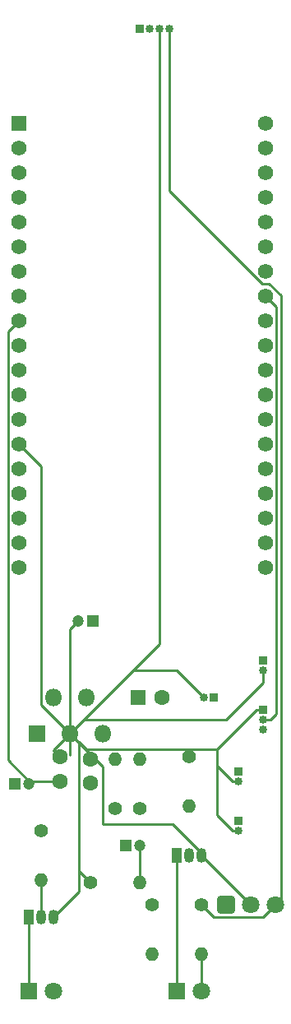
<source format=gbr>
%TF.GenerationSoftware,KiCad,Pcbnew,7.0.7-7.0.7~ubuntu22.04.1*%
%TF.CreationDate,2023-09-04T11:07:22+02:00*%
%TF.ProjectId,schaltung,73636861-6c74-4756-9e67-2e6b69636164,rev?*%
%TF.SameCoordinates,Original*%
%TF.FileFunction,Copper,L1,Top*%
%TF.FilePolarity,Positive*%
%FSLAX46Y46*%
G04 Gerber Fmt 4.6, Leading zero omitted, Abs format (unit mm)*
G04 Created by KiCad (PCBNEW 7.0.7-7.0.7~ubuntu22.04.1) date 2023-09-04 11:07:22*
%MOMM*%
%LPD*%
G01*
G04 APERTURE LIST*
G04 Aperture macros list*
%AMRoundRect*
0 Rectangle with rounded corners*
0 $1 Rounding radius*
0 $2 $3 $4 $5 $6 $7 $8 $9 X,Y pos of 4 corners*
0 Add a 4 corners polygon primitive as box body*
4,1,4,$2,$3,$4,$5,$6,$7,$8,$9,$2,$3,0*
0 Add four circle primitives for the rounded corners*
1,1,$1+$1,$2,$3*
1,1,$1+$1,$4,$5*
1,1,$1+$1,$6,$7*
1,1,$1+$1,$8,$9*
0 Add four rect primitives between the rounded corners*
20,1,$1+$1,$2,$3,$4,$5,0*
20,1,$1+$1,$4,$5,$6,$7,0*
20,1,$1+$1,$6,$7,$8,$9,0*
20,1,$1+$1,$8,$9,$2,$3,0*%
G04 Aperture macros list end*
%TA.AperFunction,ComponentPad*%
%ADD10C,1.400000*%
%TD*%
%TA.AperFunction,ComponentPad*%
%ADD11O,1.400000X1.400000*%
%TD*%
%TA.AperFunction,ComponentPad*%
%ADD12R,0.850000X0.850000*%
%TD*%
%TA.AperFunction,ComponentPad*%
%ADD13O,0.850000X0.850000*%
%TD*%
%TA.AperFunction,ComponentPad*%
%ADD14R,1.800000X1.800000*%
%TD*%
%TA.AperFunction,ComponentPad*%
%ADD15C,1.800000*%
%TD*%
%TA.AperFunction,ComponentPad*%
%ADD16R,1.200000X1.200000*%
%TD*%
%TA.AperFunction,ComponentPad*%
%ADD17C,1.200000*%
%TD*%
%TA.AperFunction,ComponentPad*%
%ADD18RoundRect,0.248400X-0.651600X-0.651600X0.651600X-0.651600X0.651600X0.651600X-0.651600X0.651600X0*%
%TD*%
%TA.AperFunction,ComponentPad*%
%ADD19R,1.600000X1.600000*%
%TD*%
%TA.AperFunction,ComponentPad*%
%ADD20C,1.600000*%
%TD*%
%TA.AperFunction,ComponentPad*%
%ADD21R,1.050000X1.500000*%
%TD*%
%TA.AperFunction,ComponentPad*%
%ADD22O,1.050000X1.500000*%
%TD*%
%TA.AperFunction,ComponentPad*%
%ADD23O,1.800000X1.800000*%
%TD*%
%TA.AperFunction,ComponentPad*%
%ADD24R,1.560000X1.560000*%
%TD*%
%TA.AperFunction,ComponentPad*%
%ADD25C,1.560000*%
%TD*%
%TA.AperFunction,Conductor*%
%ADD26C,0.250000*%
%TD*%
G04 APERTURE END LIST*
D10*
%TO.P,R6,1*%
%TO.N,GND*%
X209550000Y-109490000D03*
D11*
%TO.P,R6,2*%
%TO.N,Net-(C2-Pad2)*%
X214630000Y-109490000D03*
%TD*%
D10*
%TO.P,R7,1*%
%TO.N,Net-(C6-Pad2)*%
X212090000Y-101870000D03*
D11*
%TO.P,R7,2*%
%TO.N,Net-(C3-Pad1)*%
X212090000Y-96790000D03*
%TD*%
D12*
%TO.P,J4,1,Pin_1*%
%TO.N,Net-(J4-Pin_1)*%
X224790000Y-98060000D03*
D13*
%TO.P,J4,2,Pin_2*%
%TO.N,GND*%
X224790000Y-99060000D03*
%TD*%
D14*
%TO.P,D2_Red1,1,K*%
%TO.N,Net-(D2_Red1-K)*%
X203200000Y-120650000D03*
D15*
%TO.P,D2_Red1,2,A*%
%TO.N,Net-(D2_Red1-A)*%
X205740000Y-120650000D03*
%TD*%
D16*
%TO.P,C1,1*%
%TO.N,Net-(U3-+)*%
X201700000Y-99330000D03*
D17*
%TO.P,C1,2*%
%TO.N,Net-(U1-IO25)*%
X203200000Y-99330000D03*
%TD*%
D18*
%TO.P,U2,1,OUT*%
%TO.N,Net-(U1-IO27)*%
X223520000Y-111760000D03*
D15*
%TO.P,U2,2,GND*%
%TO.N,GND*%
X226060000Y-111760000D03*
%TO.P,U2,3,Vs*%
%TO.N,+3.3V*%
X228600000Y-111760000D03*
%TD*%
D12*
%TO.P,J2,1,Pin_1*%
%TO.N,GND*%
X227330000Y-91710000D03*
D13*
%TO.P,J2,2,Pin_2*%
%TO.N,Net-(J2-Pin_2)*%
X227330000Y-92710000D03*
%TO.P,J2,3,Pin_3*%
%TO.N,+5V*%
X227330000Y-93710000D03*
%TD*%
D14*
%TO.P,D1_IR1,1,K*%
%TO.N,Net-(D1_IR1-K)*%
X218440000Y-120650000D03*
D15*
%TO.P,D1_IR1,2,A*%
%TO.N,Net-(D1_IR1-A)*%
X220980000Y-120650000D03*
%TD*%
D12*
%TO.P,J1,1,Pin_1*%
%TO.N,Net-(J1-Pin_1)*%
X222250000Y-90440000D03*
D13*
%TO.P,J1,2,Pin_2*%
%TO.N,GND*%
X221250000Y-90440000D03*
%TD*%
D19*
%TO.P,C3,1*%
%TO.N,Net-(C3-Pad1)*%
X214400000Y-90440000D03*
D20*
%TO.P,C3,2*%
%TO.N,Net-(J1-Pin_1)*%
X216900000Y-90440000D03*
%TD*%
D16*
%TO.P,C2,1*%
%TO.N,Net-(U3--)*%
X213130000Y-105680000D03*
D17*
%TO.P,C2,2*%
%TO.N,Net-(C2-Pad2)*%
X214630000Y-105680000D03*
%TD*%
D16*
%TO.P,C5,1*%
%TO.N,+5V*%
X209780000Y-82550000D03*
D17*
%TO.P,C5,2*%
%TO.N,GND*%
X208280000Y-82550000D03*
%TD*%
D12*
%TO.P,J3,1,Pin_1*%
%TO.N,Net-(J3-Pin_1)*%
X224790000Y-103140000D03*
D13*
%TO.P,J3,2,Pin_2*%
%TO.N,GND*%
X224790000Y-104140000D03*
%TD*%
D10*
%TO.P,R3,1*%
%TO.N,Net-(U1-IO16)*%
X204470000Y-104140000D03*
D11*
%TO.P,R3,2*%
%TO.N,Net-(Q1-B)*%
X204470000Y-109220000D03*
%TD*%
D10*
%TO.P,R5,1*%
%TO.N,Net-(C2-Pad2)*%
X214630000Y-101870000D03*
D11*
%TO.P,R5,2*%
%TO.N,Net-(C3-Pad1)*%
X214630000Y-96790000D03*
%TD*%
D21*
%TO.P,Q1,1,C*%
%TO.N,Net-(D2_Red1-K)*%
X203200000Y-113030000D03*
D22*
%TO.P,Q1,2,B*%
%TO.N,Net-(Q1-B)*%
X204470000Y-113030000D03*
%TO.P,Q1,3,E*%
%TO.N,GND*%
X205740000Y-113030000D03*
%TD*%
D10*
%TO.P,R1,1*%
%TO.N,+3.3V*%
X215900000Y-111760000D03*
D11*
%TO.P,R1,2*%
%TO.N,Net-(D2_Red1-A)*%
X215900000Y-116840000D03*
%TD*%
D20*
%TO.P,C6,1*%
%TO.N,GND*%
X209550000Y-96790000D03*
%TO.P,C6,2*%
%TO.N,Net-(C6-Pad2)*%
X209550000Y-99290000D03*
%TD*%
D12*
%TO.P,J7,1,Pin_1*%
%TO.N,Net-(J7-Pin_1)*%
X214630000Y-21590000D03*
D13*
%TO.P,J7,2,Pin_2*%
%TO.N,Net-(J7-Pin_2)*%
X215630000Y-21590000D03*
%TO.P,J7,3,Pin_3*%
%TO.N,GND*%
X216630000Y-21590000D03*
%TO.P,J7,4,Pin_4*%
%TO.N,+3.3V*%
X217630000Y-21590000D03*
%TD*%
D21*
%TO.P,Q2,1,C*%
%TO.N,Net-(D1_IR1-K)*%
X218440000Y-106680000D03*
D22*
%TO.P,Q2,2,B*%
%TO.N,Net-(Q2-B)*%
X219710000Y-106680000D03*
%TO.P,Q2,3,E*%
%TO.N,GND*%
X220980000Y-106680000D03*
%TD*%
D20*
%TO.P,C4,1*%
%TO.N,GND*%
X206375000Y-96560000D03*
%TO.P,C4,2*%
%TO.N,Net-(U1-IO25)*%
X206375000Y-99060000D03*
%TD*%
D12*
%TO.P,J5,1,Pin_1*%
%TO.N,+5V*%
X227330000Y-86630000D03*
D13*
%TO.P,J5,2,Pin_2*%
%TO.N,GND*%
X227330000Y-87630000D03*
%TD*%
D10*
%TO.P,R4,1*%
%TO.N,Net-(U1-IO13)*%
X219710000Y-96520000D03*
D11*
%TO.P,R4,2*%
%TO.N,Net-(Q2-B)*%
X219710000Y-101600000D03*
%TD*%
D10*
%TO.P,R2,1*%
%TO.N,+3.3V*%
X220980000Y-111760000D03*
D11*
%TO.P,R2,2*%
%TO.N,Net-(D1_IR1-A)*%
X220980000Y-116840000D03*
%TD*%
D14*
%TO.P,U3,1,+*%
%TO.N,Net-(U3-+)*%
X204040000Y-94140000D03*
D23*
%TO.P,U3,2,-*%
%TO.N,Net-(U3--)*%
X205740000Y-90440000D03*
%TO.P,U3,3,GND*%
%TO.N,GND*%
X207440000Y-94140000D03*
%TO.P,U3,4*%
%TO.N,Net-(C3-Pad1)*%
X209140000Y-90440000D03*
%TO.P,U3,5,V+*%
%TO.N,+5V*%
X210840000Y-94140000D03*
%TD*%
D24*
%TO.P,U1,J2-1,3V3*%
%TO.N,+3.3V*%
X202165000Y-31330000D03*
D25*
%TO.P,U1,J2-2,EN*%
%TO.N,unconnected-(U1-EN-PadJ2-2)*%
X202165000Y-33870000D03*
%TO.P,U1,J2-3,SENSOR_VP*%
%TO.N,unconnected-(U1-SENSOR_VP-PadJ2-3)*%
X202165000Y-36410000D03*
%TO.P,U1,J2-4,SENSOR_VN*%
%TO.N,unconnected-(U1-SENSOR_VN-PadJ2-4)*%
X202165000Y-38950000D03*
%TO.P,U1,J2-5,IO34*%
%TO.N,unconnected-(U1-IO34-PadJ2-5)*%
X202165000Y-41490000D03*
%TO.P,U1,J2-6,IO35*%
%TO.N,unconnected-(U1-IO35-PadJ2-6)*%
X202165000Y-44030000D03*
%TO.P,U1,J2-7,IO32*%
%TO.N,unconnected-(U1-IO32-PadJ2-7)*%
X202165000Y-46570000D03*
%TO.P,U1,J2-8,IO33*%
%TO.N,unconnected-(U1-IO33-PadJ2-8)*%
X202165000Y-49110000D03*
%TO.P,U1,J2-9,IO25*%
%TO.N,Net-(U1-IO25)*%
X202165000Y-51650000D03*
%TO.P,U1,J2-10,IO26*%
%TO.N,unconnected-(U1-IO26-PadJ2-10)*%
X202165000Y-54190000D03*
%TO.P,U1,J2-11,IO27*%
%TO.N,Net-(U1-IO27)*%
X202165000Y-56730000D03*
%TO.P,U1,J2-12,IO14*%
%TO.N,unconnected-(U1-IO14-PadJ2-12)*%
X202165000Y-59270000D03*
%TO.P,U1,J2-13,IO12*%
%TO.N,unconnected-(U1-IO12-PadJ2-13)*%
X202165000Y-61810000D03*
%TO.P,U1,J2-14,GND1*%
%TO.N,GND*%
X202165000Y-64350000D03*
%TO.P,U1,J2-15,IO13*%
%TO.N,Net-(U1-IO13)*%
X202165000Y-66890000D03*
%TO.P,U1,J2-16,SD2*%
%TO.N,unconnected-(U1-SD2-PadJ2-16)*%
X202165000Y-69430000D03*
%TO.P,U1,J2-17,SD3*%
%TO.N,unconnected-(U1-SD3-PadJ2-17)*%
X202165000Y-71970000D03*
%TO.P,U1,J2-18,CMD*%
%TO.N,unconnected-(U1-CMD-PadJ2-18)*%
X202165000Y-74510000D03*
%TO.P,U1,J2-19,EXT_5V*%
%TO.N,+5V*%
X202165000Y-77050000D03*
%TO.P,U1,J3-1,GND3*%
%TO.N,unconnected-(U1-GND3-PadJ3-1)*%
X227565000Y-31330000D03*
%TO.P,U1,J3-2,IO23*%
%TO.N,unconnected-(U1-IO23-PadJ3-2)*%
X227565000Y-33870000D03*
%TO.P,U1,J3-3,IO22*%
%TO.N,Net-(J7-Pin_2)*%
X227565000Y-36410000D03*
%TO.P,U1,J3-4,TXD0*%
%TO.N,unconnected-(U1-TXD0-PadJ3-4)*%
X227565000Y-38950000D03*
%TO.P,U1,J3-5,RXD0*%
%TO.N,unconnected-(U1-RXD0-PadJ3-5)*%
X227565000Y-41490000D03*
%TO.P,U1,J3-6,IO21*%
%TO.N,Net-(J7-Pin_1)*%
X227565000Y-44030000D03*
%TO.P,U1,J3-7,GND2*%
%TO.N,unconnected-(U1-GND2-PadJ3-7)*%
X227565000Y-46570000D03*
%TO.P,U1,J3-8,IO19*%
%TO.N,Net-(J2-Pin_2)*%
X227565000Y-49110000D03*
%TO.P,U1,J3-9,IO18*%
%TO.N,unconnected-(U1-IO18-PadJ3-9)*%
X227565000Y-51650000D03*
%TO.P,U1,J3-10,IO5*%
%TO.N,unconnected-(U1-IO5-PadJ3-10)*%
X227565000Y-54190000D03*
%TO.P,U1,J3-11,IO17*%
%TO.N,Net-(J4-Pin_1)*%
X227565000Y-56730000D03*
%TO.P,U1,J3-12,IO16*%
%TO.N,Net-(U1-IO16)*%
X227565000Y-59270000D03*
%TO.P,U1,J3-13,IO4*%
%TO.N,unconnected-(U1-IO4-PadJ3-13)*%
X227565000Y-61810000D03*
%TO.P,U1,J3-14,IO0*%
%TO.N,unconnected-(U1-IO0-PadJ3-14)*%
X227565000Y-64350000D03*
%TO.P,U1,J3-15,IO2*%
%TO.N,Net-(J3-Pin_1)*%
X227565000Y-66890000D03*
%TO.P,U1,J3-16,IO15*%
%TO.N,unconnected-(U1-IO15-PadJ3-16)*%
X227565000Y-69430000D03*
%TO.P,U1,J3-17,SD1*%
%TO.N,unconnected-(U1-SD1-PadJ3-17)*%
X227565000Y-71970000D03*
%TO.P,U1,J3-18,SD0*%
%TO.N,unconnected-(U1-SD0-PadJ3-18)*%
X227565000Y-74510000D03*
%TO.P,U1,J3-19,CLK*%
%TO.N,unconnected-(U1-CLK-PadJ3-19)*%
X227565000Y-77050000D03*
%TD*%
D26*
%TO.N,GND*%
X208340000Y-95040000D02*
X208340000Y-110430000D01*
X207440000Y-94140000D02*
X207440000Y-96360000D01*
X222600000Y-97471000D02*
X222600000Y-102551000D01*
X224189000Y-99060000D02*
X224790000Y-99060000D01*
X208340000Y-95040000D02*
X208340000Y-108280000D01*
X204470000Y-66655000D02*
X202165000Y-64350000D01*
X204470000Y-91170000D02*
X204470000Y-66655000D01*
X213950000Y-87630000D02*
X216630000Y-84950000D01*
X207440000Y-94140000D02*
X204470000Y-91170000D01*
X224189000Y-104140000D02*
X224790000Y-104140000D01*
X220980000Y-106455000D02*
X220980000Y-106680000D01*
X227330000Y-87630000D02*
X227330000Y-88900000D01*
X216630000Y-84950000D02*
X216630000Y-21590000D01*
X205740000Y-95925000D02*
X205740000Y-95840000D01*
X208340000Y-110430000D02*
X205740000Y-113030000D01*
X210820000Y-97520000D02*
X210820000Y-103505000D01*
X208870000Y-92710000D02*
X223520000Y-92710000D01*
X207440000Y-83390000D02*
X208280000Y-82550000D01*
X220980000Y-106680000D02*
X226060000Y-111760000D01*
X206375000Y-96560000D02*
X205740000Y-95925000D01*
X222600000Y-95765000D02*
X226655000Y-91710000D01*
X218440000Y-87630000D02*
X221250000Y-90440000D01*
X208340000Y-108280000D02*
X209550000Y-109490000D01*
X207440000Y-94140000D02*
X210820000Y-97520000D01*
X222600000Y-97471000D02*
X224189000Y-99060000D01*
X222600000Y-95765000D02*
X222600000Y-97471000D01*
X208340000Y-95040000D02*
X209065000Y-95765000D01*
X207440000Y-94140000D02*
X207440000Y-83390000D01*
X209065000Y-95765000D02*
X222600000Y-95765000D01*
X226655000Y-91710000D02*
X227330000Y-91710000D01*
X209697500Y-96642500D02*
X209550000Y-96790000D01*
X207440000Y-94140000D02*
X205740000Y-95840000D01*
X208870000Y-92710000D02*
X213950000Y-87630000D01*
X210820000Y-103505000D02*
X218030000Y-103505000D01*
X207440000Y-94140000D02*
X208870000Y-92710000D01*
X218030000Y-103505000D02*
X220980000Y-106455000D01*
X223520000Y-92710000D02*
X227330000Y-88900000D01*
X209942500Y-96642500D02*
X209697500Y-96642500D01*
X222600000Y-102551000D02*
X224189000Y-104140000D01*
X213950000Y-87630000D02*
X218440000Y-87630000D01*
%TO.N,Net-(U1-IO25)*%
X203200000Y-99060000D02*
X203200000Y-99330000D01*
X203200000Y-99060000D02*
X206375000Y-99060000D01*
X202165000Y-51650000D02*
X201056600Y-52758400D01*
X201056600Y-52758400D02*
X201056600Y-96916600D01*
X201056600Y-96916600D02*
X203200000Y-99060000D01*
%TO.N,+3.3V*%
X220980000Y-111760000D02*
X222259200Y-113039200D01*
X228600000Y-111760000D02*
X229152600Y-111207400D01*
X227320800Y-113039200D02*
X228600000Y-111760000D01*
X229152600Y-49080800D02*
X227911800Y-47840000D01*
X227185700Y-47840000D02*
X217630000Y-38284300D01*
X229152600Y-111207400D02*
X229152600Y-49080800D01*
X227911800Y-47840000D02*
X227185700Y-47840000D01*
X222259200Y-113039200D02*
X227320800Y-113039200D01*
X217630000Y-38284300D02*
X217630000Y-21590000D01*
%TO.N,Net-(D1_IR1-K)*%
X218440000Y-106680000D02*
X218440000Y-120650000D01*
%TO.N,Net-(D1_IR1-A)*%
X220980000Y-116840000D02*
X220980000Y-120650000D01*
%TO.N,Net-(D2_Red1-K)*%
X203200000Y-113030000D02*
X203200000Y-120650000D01*
%TO.N,Net-(J2-Pin_2)*%
X227330000Y-92710000D02*
X228081900Y-92710000D01*
X227565000Y-49110000D02*
X228690400Y-50235400D01*
X228690400Y-50235400D02*
X228690400Y-92101500D01*
X228690400Y-92101500D02*
X228081900Y-92710000D01*
%TO.N,Net-(Q1-B)*%
X204470000Y-113030000D02*
X204470000Y-109220000D01*
%TO.N,Net-(C2-Pad2)*%
X214630000Y-105680000D02*
X214630000Y-109490000D01*
%TD*%
M02*

</source>
